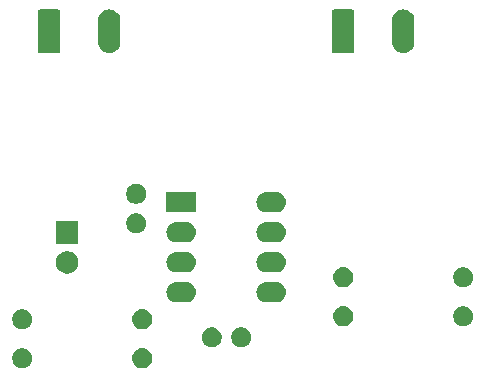
<source format=gts>
G04 #@! TF.GenerationSoftware,KiCad,Pcbnew,5.0.2-bee76a0~70~ubuntu18.04.1*
G04 #@! TF.CreationDate,2019-02-10T19:22:37-02:00*
G04 #@! TF.ProjectId,555-Oscilador-pisca-r01,3535352d-4f73-4636-996c-61646f722d70,rev?*
G04 #@! TF.SameCoordinates,Original*
G04 #@! TF.FileFunction,Soldermask,Top*
G04 #@! TF.FilePolarity,Negative*
%FSLAX46Y46*%
G04 Gerber Fmt 4.6, Leading zero omitted, Abs format (unit mm)*
G04 Created by KiCad (PCBNEW 5.0.2-bee76a0~70~ubuntu18.04.1) date dom 10 fev 2019 19:22:37 -02*
%MOMM*%
%LPD*%
G01*
G04 APERTURE LIST*
%ADD10C,0.100000*%
G04 APERTURE END LIST*
D10*
G36*
X134024821Y-117271313D02*
X134024824Y-117271314D01*
X134024825Y-117271314D01*
X134185239Y-117319975D01*
X134185241Y-117319976D01*
X134185244Y-117319977D01*
X134333078Y-117398995D01*
X134462659Y-117505341D01*
X134569005Y-117634922D01*
X134648023Y-117782756D01*
X134648024Y-117782759D01*
X134648025Y-117782761D01*
X134696686Y-117943175D01*
X134696687Y-117943179D01*
X134713117Y-118110000D01*
X134696687Y-118276821D01*
X134696686Y-118276824D01*
X134696686Y-118276825D01*
X134671993Y-118358228D01*
X134648023Y-118437244D01*
X134569005Y-118585078D01*
X134462659Y-118714659D01*
X134333078Y-118821005D01*
X134185244Y-118900023D01*
X134185241Y-118900024D01*
X134185239Y-118900025D01*
X134024825Y-118948686D01*
X134024824Y-118948686D01*
X134024821Y-118948687D01*
X133899804Y-118961000D01*
X133816196Y-118961000D01*
X133691179Y-118948687D01*
X133691176Y-118948686D01*
X133691175Y-118948686D01*
X133530761Y-118900025D01*
X133530759Y-118900024D01*
X133530756Y-118900023D01*
X133382922Y-118821005D01*
X133253341Y-118714659D01*
X133146995Y-118585078D01*
X133067977Y-118437244D01*
X133044008Y-118358228D01*
X133019314Y-118276825D01*
X133019314Y-118276824D01*
X133019313Y-118276821D01*
X133002883Y-118110000D01*
X133019313Y-117943179D01*
X133019314Y-117943175D01*
X133067975Y-117782761D01*
X133067976Y-117782759D01*
X133067977Y-117782756D01*
X133146995Y-117634922D01*
X133253341Y-117505341D01*
X133382922Y-117398995D01*
X133530756Y-117319977D01*
X133530759Y-117319976D01*
X133530761Y-117319975D01*
X133691175Y-117271314D01*
X133691176Y-117271314D01*
X133691179Y-117271313D01*
X133816196Y-117259000D01*
X133899804Y-117259000D01*
X134024821Y-117271313D01*
X134024821Y-117271313D01*
G37*
G36*
X123946228Y-117291703D02*
X124101100Y-117355853D01*
X124240481Y-117448985D01*
X124359015Y-117567519D01*
X124452147Y-117706900D01*
X124516297Y-117861772D01*
X124549000Y-118026184D01*
X124549000Y-118193816D01*
X124516297Y-118358228D01*
X124452147Y-118513100D01*
X124359015Y-118652481D01*
X124240481Y-118771015D01*
X124101100Y-118864147D01*
X123946228Y-118928297D01*
X123781816Y-118961000D01*
X123614184Y-118961000D01*
X123449772Y-118928297D01*
X123294900Y-118864147D01*
X123155519Y-118771015D01*
X123036985Y-118652481D01*
X122943853Y-118513100D01*
X122879703Y-118358228D01*
X122847000Y-118193816D01*
X122847000Y-118026184D01*
X122879703Y-117861772D01*
X122943853Y-117706900D01*
X123036985Y-117567519D01*
X123155519Y-117448985D01*
X123294900Y-117355853D01*
X123449772Y-117291703D01*
X123614184Y-117259000D01*
X123781816Y-117259000D01*
X123946228Y-117291703D01*
X123946228Y-117291703D01*
G37*
G36*
X142488228Y-115513703D02*
X142643100Y-115577853D01*
X142782481Y-115670985D01*
X142901015Y-115789519D01*
X142994147Y-115928900D01*
X143058297Y-116083772D01*
X143091000Y-116248184D01*
X143091000Y-116415816D01*
X143058297Y-116580228D01*
X142994147Y-116735100D01*
X142901015Y-116874481D01*
X142782481Y-116993015D01*
X142643100Y-117086147D01*
X142488228Y-117150297D01*
X142323816Y-117183000D01*
X142156184Y-117183000D01*
X141991772Y-117150297D01*
X141836900Y-117086147D01*
X141697519Y-116993015D01*
X141578985Y-116874481D01*
X141485853Y-116735100D01*
X141421703Y-116580228D01*
X141389000Y-116415816D01*
X141389000Y-116248184D01*
X141421703Y-116083772D01*
X141485853Y-115928900D01*
X141578985Y-115789519D01*
X141697519Y-115670985D01*
X141836900Y-115577853D01*
X141991772Y-115513703D01*
X142156184Y-115481000D01*
X142323816Y-115481000D01*
X142488228Y-115513703D01*
X142488228Y-115513703D01*
G37*
G36*
X139988228Y-115513703D02*
X140143100Y-115577853D01*
X140282481Y-115670985D01*
X140401015Y-115789519D01*
X140494147Y-115928900D01*
X140558297Y-116083772D01*
X140591000Y-116248184D01*
X140591000Y-116415816D01*
X140558297Y-116580228D01*
X140494147Y-116735100D01*
X140401015Y-116874481D01*
X140282481Y-116993015D01*
X140143100Y-117086147D01*
X139988228Y-117150297D01*
X139823816Y-117183000D01*
X139656184Y-117183000D01*
X139491772Y-117150297D01*
X139336900Y-117086147D01*
X139197519Y-116993015D01*
X139078985Y-116874481D01*
X138985853Y-116735100D01*
X138921703Y-116580228D01*
X138889000Y-116415816D01*
X138889000Y-116248184D01*
X138921703Y-116083772D01*
X138985853Y-115928900D01*
X139078985Y-115789519D01*
X139197519Y-115670985D01*
X139336900Y-115577853D01*
X139491772Y-115513703D01*
X139656184Y-115481000D01*
X139823816Y-115481000D01*
X139988228Y-115513703D01*
X139988228Y-115513703D01*
G37*
G36*
X134024821Y-113969313D02*
X134024824Y-113969314D01*
X134024825Y-113969314D01*
X134185239Y-114017975D01*
X134185241Y-114017976D01*
X134185244Y-114017977D01*
X134333078Y-114096995D01*
X134462659Y-114203341D01*
X134569005Y-114332922D01*
X134648023Y-114480756D01*
X134648024Y-114480759D01*
X134648025Y-114480761D01*
X134695667Y-114637816D01*
X134696687Y-114641179D01*
X134713117Y-114808000D01*
X134696687Y-114974821D01*
X134696686Y-114974824D01*
X134696686Y-114974825D01*
X134671993Y-115056228D01*
X134648023Y-115135244D01*
X134569005Y-115283078D01*
X134462659Y-115412659D01*
X134333078Y-115519005D01*
X134185244Y-115598023D01*
X134185241Y-115598024D01*
X134185239Y-115598025D01*
X134024825Y-115646686D01*
X134024824Y-115646686D01*
X134024821Y-115646687D01*
X133899804Y-115659000D01*
X133816196Y-115659000D01*
X133691179Y-115646687D01*
X133691176Y-115646686D01*
X133691175Y-115646686D01*
X133530761Y-115598025D01*
X133530759Y-115598024D01*
X133530756Y-115598023D01*
X133382922Y-115519005D01*
X133253341Y-115412659D01*
X133146995Y-115283078D01*
X133067977Y-115135244D01*
X133044008Y-115056228D01*
X133019314Y-114974825D01*
X133019314Y-114974824D01*
X133019313Y-114974821D01*
X133002883Y-114808000D01*
X133019313Y-114641179D01*
X133020333Y-114637816D01*
X133067975Y-114480761D01*
X133067976Y-114480759D01*
X133067977Y-114480756D01*
X133146995Y-114332922D01*
X133253341Y-114203341D01*
X133382922Y-114096995D01*
X133530756Y-114017977D01*
X133530759Y-114017976D01*
X133530761Y-114017975D01*
X133691175Y-113969314D01*
X133691176Y-113969314D01*
X133691179Y-113969313D01*
X133816196Y-113957000D01*
X133899804Y-113957000D01*
X134024821Y-113969313D01*
X134024821Y-113969313D01*
G37*
G36*
X123946228Y-113989703D02*
X124101100Y-114053853D01*
X124240481Y-114146985D01*
X124359015Y-114265519D01*
X124452147Y-114404900D01*
X124516297Y-114559772D01*
X124549000Y-114724184D01*
X124549000Y-114891816D01*
X124516297Y-115056228D01*
X124452147Y-115211100D01*
X124359015Y-115350481D01*
X124240481Y-115469015D01*
X124101100Y-115562147D01*
X123946228Y-115626297D01*
X123781816Y-115659000D01*
X123614184Y-115659000D01*
X123449772Y-115626297D01*
X123294900Y-115562147D01*
X123155519Y-115469015D01*
X123036985Y-115350481D01*
X122943853Y-115211100D01*
X122879703Y-115056228D01*
X122847000Y-114891816D01*
X122847000Y-114724184D01*
X122879703Y-114559772D01*
X122943853Y-114404900D01*
X123036985Y-114265519D01*
X123155519Y-114146985D01*
X123294900Y-114053853D01*
X123449772Y-113989703D01*
X123614184Y-113957000D01*
X123781816Y-113957000D01*
X123946228Y-113989703D01*
X123946228Y-113989703D01*
G37*
G36*
X151042821Y-113715313D02*
X151042824Y-113715314D01*
X151042825Y-113715314D01*
X151203239Y-113763975D01*
X151203241Y-113763976D01*
X151203244Y-113763977D01*
X151351078Y-113842995D01*
X151480659Y-113949341D01*
X151587005Y-114078922D01*
X151666023Y-114226756D01*
X151666024Y-114226759D01*
X151666025Y-114226761D01*
X151714686Y-114387175D01*
X151714687Y-114387179D01*
X151731117Y-114554000D01*
X151714687Y-114720821D01*
X151714686Y-114720824D01*
X151714686Y-114720825D01*
X151688242Y-114808000D01*
X151666023Y-114881244D01*
X151587005Y-115029078D01*
X151480659Y-115158659D01*
X151351078Y-115265005D01*
X151203244Y-115344023D01*
X151203241Y-115344024D01*
X151203239Y-115344025D01*
X151042825Y-115392686D01*
X151042824Y-115392686D01*
X151042821Y-115392687D01*
X150917804Y-115405000D01*
X150834196Y-115405000D01*
X150709179Y-115392687D01*
X150709176Y-115392686D01*
X150709175Y-115392686D01*
X150548761Y-115344025D01*
X150548759Y-115344024D01*
X150548756Y-115344023D01*
X150400922Y-115265005D01*
X150271341Y-115158659D01*
X150164995Y-115029078D01*
X150085977Y-114881244D01*
X150063759Y-114808000D01*
X150037314Y-114720825D01*
X150037314Y-114720824D01*
X150037313Y-114720821D01*
X150020883Y-114554000D01*
X150037313Y-114387179D01*
X150037314Y-114387175D01*
X150085975Y-114226761D01*
X150085976Y-114226759D01*
X150085977Y-114226756D01*
X150164995Y-114078922D01*
X150271341Y-113949341D01*
X150400922Y-113842995D01*
X150548756Y-113763977D01*
X150548759Y-113763976D01*
X150548761Y-113763975D01*
X150709175Y-113715314D01*
X150709176Y-113715314D01*
X150709179Y-113715313D01*
X150834196Y-113703000D01*
X150917804Y-113703000D01*
X151042821Y-113715313D01*
X151042821Y-113715313D01*
G37*
G36*
X161284228Y-113735703D02*
X161439100Y-113799853D01*
X161578481Y-113892985D01*
X161697015Y-114011519D01*
X161790147Y-114150900D01*
X161854297Y-114305772D01*
X161887000Y-114470184D01*
X161887000Y-114637816D01*
X161854297Y-114802228D01*
X161790147Y-114957100D01*
X161697015Y-115096481D01*
X161578481Y-115215015D01*
X161439100Y-115308147D01*
X161284228Y-115372297D01*
X161119816Y-115405000D01*
X160952184Y-115405000D01*
X160787772Y-115372297D01*
X160632900Y-115308147D01*
X160493519Y-115215015D01*
X160374985Y-115096481D01*
X160281853Y-114957100D01*
X160217703Y-114802228D01*
X160185000Y-114637816D01*
X160185000Y-114470184D01*
X160217703Y-114305772D01*
X160281853Y-114150900D01*
X160374985Y-114011519D01*
X160493519Y-113892985D01*
X160632900Y-113799853D01*
X160787772Y-113735703D01*
X160952184Y-113703000D01*
X161119816Y-113703000D01*
X161284228Y-113735703D01*
X161284228Y-113735703D01*
G37*
G36*
X145346821Y-111683313D02*
X145346824Y-111683314D01*
X145346825Y-111683314D01*
X145507239Y-111731975D01*
X145507241Y-111731976D01*
X145507244Y-111731977D01*
X145655078Y-111810995D01*
X145784659Y-111917341D01*
X145891005Y-112046922D01*
X145970023Y-112194756D01*
X146018687Y-112355179D01*
X146035117Y-112522000D01*
X146018687Y-112688821D01*
X145970023Y-112849244D01*
X145891005Y-112997078D01*
X145784659Y-113126659D01*
X145655078Y-113233005D01*
X145507244Y-113312023D01*
X145507241Y-113312024D01*
X145507239Y-113312025D01*
X145346825Y-113360686D01*
X145346824Y-113360686D01*
X145346821Y-113360687D01*
X145221804Y-113373000D01*
X144338196Y-113373000D01*
X144213179Y-113360687D01*
X144213176Y-113360686D01*
X144213175Y-113360686D01*
X144052761Y-113312025D01*
X144052759Y-113312024D01*
X144052756Y-113312023D01*
X143904922Y-113233005D01*
X143775341Y-113126659D01*
X143668995Y-112997078D01*
X143589977Y-112849244D01*
X143541313Y-112688821D01*
X143524883Y-112522000D01*
X143541313Y-112355179D01*
X143589977Y-112194756D01*
X143668995Y-112046922D01*
X143775341Y-111917341D01*
X143904922Y-111810995D01*
X144052756Y-111731977D01*
X144052759Y-111731976D01*
X144052761Y-111731975D01*
X144213175Y-111683314D01*
X144213176Y-111683314D01*
X144213179Y-111683313D01*
X144338196Y-111671000D01*
X145221804Y-111671000D01*
X145346821Y-111683313D01*
X145346821Y-111683313D01*
G37*
G36*
X137726821Y-111683313D02*
X137726824Y-111683314D01*
X137726825Y-111683314D01*
X137887239Y-111731975D01*
X137887241Y-111731976D01*
X137887244Y-111731977D01*
X138035078Y-111810995D01*
X138164659Y-111917341D01*
X138271005Y-112046922D01*
X138350023Y-112194756D01*
X138398687Y-112355179D01*
X138415117Y-112522000D01*
X138398687Y-112688821D01*
X138350023Y-112849244D01*
X138271005Y-112997078D01*
X138164659Y-113126659D01*
X138035078Y-113233005D01*
X137887244Y-113312023D01*
X137887241Y-113312024D01*
X137887239Y-113312025D01*
X137726825Y-113360686D01*
X137726824Y-113360686D01*
X137726821Y-113360687D01*
X137601804Y-113373000D01*
X136718196Y-113373000D01*
X136593179Y-113360687D01*
X136593176Y-113360686D01*
X136593175Y-113360686D01*
X136432761Y-113312025D01*
X136432759Y-113312024D01*
X136432756Y-113312023D01*
X136284922Y-113233005D01*
X136155341Y-113126659D01*
X136048995Y-112997078D01*
X135969977Y-112849244D01*
X135921313Y-112688821D01*
X135904883Y-112522000D01*
X135921313Y-112355179D01*
X135969977Y-112194756D01*
X136048995Y-112046922D01*
X136155341Y-111917341D01*
X136284922Y-111810995D01*
X136432756Y-111731977D01*
X136432759Y-111731976D01*
X136432761Y-111731975D01*
X136593175Y-111683314D01*
X136593176Y-111683314D01*
X136593179Y-111683313D01*
X136718196Y-111671000D01*
X137601804Y-111671000D01*
X137726821Y-111683313D01*
X137726821Y-111683313D01*
G37*
G36*
X161284228Y-110433703D02*
X161439100Y-110497853D01*
X161578481Y-110590985D01*
X161697015Y-110709519D01*
X161790147Y-110848900D01*
X161854297Y-111003772D01*
X161887000Y-111168184D01*
X161887000Y-111335816D01*
X161854297Y-111500228D01*
X161790147Y-111655100D01*
X161697015Y-111794481D01*
X161578481Y-111913015D01*
X161439100Y-112006147D01*
X161284228Y-112070297D01*
X161119816Y-112103000D01*
X160952184Y-112103000D01*
X160787772Y-112070297D01*
X160632900Y-112006147D01*
X160493519Y-111913015D01*
X160374985Y-111794481D01*
X160281853Y-111655100D01*
X160217703Y-111500228D01*
X160185000Y-111335816D01*
X160185000Y-111168184D01*
X160217703Y-111003772D01*
X160281853Y-110848900D01*
X160374985Y-110709519D01*
X160493519Y-110590985D01*
X160632900Y-110497853D01*
X160787772Y-110433703D01*
X160952184Y-110401000D01*
X161119816Y-110401000D01*
X161284228Y-110433703D01*
X161284228Y-110433703D01*
G37*
G36*
X151042821Y-110413313D02*
X151042824Y-110413314D01*
X151042825Y-110413314D01*
X151203239Y-110461975D01*
X151203241Y-110461976D01*
X151203244Y-110461977D01*
X151351078Y-110540995D01*
X151480659Y-110647341D01*
X151587005Y-110776922D01*
X151666023Y-110924756D01*
X151666024Y-110924759D01*
X151666025Y-110924761D01*
X151714686Y-111085175D01*
X151714687Y-111085179D01*
X151731117Y-111252000D01*
X151714687Y-111418821D01*
X151714686Y-111418824D01*
X151714686Y-111418825D01*
X151689993Y-111500228D01*
X151666023Y-111579244D01*
X151587005Y-111727078D01*
X151480659Y-111856659D01*
X151351078Y-111963005D01*
X151203244Y-112042023D01*
X151203241Y-112042024D01*
X151203239Y-112042025D01*
X151042825Y-112090686D01*
X151042824Y-112090686D01*
X151042821Y-112090687D01*
X150917804Y-112103000D01*
X150834196Y-112103000D01*
X150709179Y-112090687D01*
X150709176Y-112090686D01*
X150709175Y-112090686D01*
X150548761Y-112042025D01*
X150548759Y-112042024D01*
X150548756Y-112042023D01*
X150400922Y-111963005D01*
X150271341Y-111856659D01*
X150164995Y-111727078D01*
X150085977Y-111579244D01*
X150062008Y-111500228D01*
X150037314Y-111418825D01*
X150037314Y-111418824D01*
X150037313Y-111418821D01*
X150020883Y-111252000D01*
X150037313Y-111085179D01*
X150037314Y-111085175D01*
X150085975Y-110924761D01*
X150085976Y-110924759D01*
X150085977Y-110924756D01*
X150164995Y-110776922D01*
X150271341Y-110647341D01*
X150400922Y-110540995D01*
X150548756Y-110461977D01*
X150548759Y-110461976D01*
X150548761Y-110461975D01*
X150709175Y-110413314D01*
X150709176Y-110413314D01*
X150709179Y-110413313D01*
X150834196Y-110401000D01*
X150917804Y-110401000D01*
X151042821Y-110413313D01*
X151042821Y-110413313D01*
G37*
G36*
X127785396Y-109067546D02*
X127958466Y-109139234D01*
X128114230Y-109243312D01*
X128246688Y-109375770D01*
X128350766Y-109531534D01*
X128422454Y-109704604D01*
X128459000Y-109888333D01*
X128459000Y-110075667D01*
X128422454Y-110259396D01*
X128350766Y-110432466D01*
X128246688Y-110588230D01*
X128114230Y-110720688D01*
X127958466Y-110824766D01*
X127785396Y-110896454D01*
X127601667Y-110933000D01*
X127414333Y-110933000D01*
X127230604Y-110896454D01*
X127057534Y-110824766D01*
X126901770Y-110720688D01*
X126769312Y-110588230D01*
X126665234Y-110432466D01*
X126593546Y-110259396D01*
X126557000Y-110075667D01*
X126557000Y-109888333D01*
X126593546Y-109704604D01*
X126665234Y-109531534D01*
X126769312Y-109375770D01*
X126901770Y-109243312D01*
X127057534Y-109139234D01*
X127230604Y-109067546D01*
X127414333Y-109031000D01*
X127601667Y-109031000D01*
X127785396Y-109067546D01*
X127785396Y-109067546D01*
G37*
G36*
X137726821Y-109143313D02*
X137726824Y-109143314D01*
X137726825Y-109143314D01*
X137887239Y-109191975D01*
X137887241Y-109191976D01*
X137887244Y-109191977D01*
X138035078Y-109270995D01*
X138164659Y-109377341D01*
X138271005Y-109506922D01*
X138350023Y-109654756D01*
X138350024Y-109654759D01*
X138350025Y-109654761D01*
X138398686Y-109815175D01*
X138398687Y-109815179D01*
X138415117Y-109982000D01*
X138398687Y-110148821D01*
X138398686Y-110148824D01*
X138398686Y-110148825D01*
X138365145Y-110259396D01*
X138350023Y-110309244D01*
X138271005Y-110457078D01*
X138164659Y-110586659D01*
X138035078Y-110693005D01*
X137887244Y-110772023D01*
X137887241Y-110772024D01*
X137887239Y-110772025D01*
X137726825Y-110820686D01*
X137726824Y-110820686D01*
X137726821Y-110820687D01*
X137601804Y-110833000D01*
X136718196Y-110833000D01*
X136593179Y-110820687D01*
X136593176Y-110820686D01*
X136593175Y-110820686D01*
X136432761Y-110772025D01*
X136432759Y-110772024D01*
X136432756Y-110772023D01*
X136284922Y-110693005D01*
X136155341Y-110586659D01*
X136048995Y-110457078D01*
X135969977Y-110309244D01*
X135954856Y-110259396D01*
X135921314Y-110148825D01*
X135921314Y-110148824D01*
X135921313Y-110148821D01*
X135904883Y-109982000D01*
X135921313Y-109815179D01*
X135921314Y-109815175D01*
X135969975Y-109654761D01*
X135969976Y-109654759D01*
X135969977Y-109654756D01*
X136048995Y-109506922D01*
X136155341Y-109377341D01*
X136284922Y-109270995D01*
X136432756Y-109191977D01*
X136432759Y-109191976D01*
X136432761Y-109191975D01*
X136593175Y-109143314D01*
X136593176Y-109143314D01*
X136593179Y-109143313D01*
X136718196Y-109131000D01*
X137601804Y-109131000D01*
X137726821Y-109143313D01*
X137726821Y-109143313D01*
G37*
G36*
X145346821Y-109143313D02*
X145346824Y-109143314D01*
X145346825Y-109143314D01*
X145507239Y-109191975D01*
X145507241Y-109191976D01*
X145507244Y-109191977D01*
X145655078Y-109270995D01*
X145784659Y-109377341D01*
X145891005Y-109506922D01*
X145970023Y-109654756D01*
X145970024Y-109654759D01*
X145970025Y-109654761D01*
X146018686Y-109815175D01*
X146018687Y-109815179D01*
X146035117Y-109982000D01*
X146018687Y-110148821D01*
X146018686Y-110148824D01*
X146018686Y-110148825D01*
X145985145Y-110259396D01*
X145970023Y-110309244D01*
X145891005Y-110457078D01*
X145784659Y-110586659D01*
X145655078Y-110693005D01*
X145507244Y-110772023D01*
X145507241Y-110772024D01*
X145507239Y-110772025D01*
X145346825Y-110820686D01*
X145346824Y-110820686D01*
X145346821Y-110820687D01*
X145221804Y-110833000D01*
X144338196Y-110833000D01*
X144213179Y-110820687D01*
X144213176Y-110820686D01*
X144213175Y-110820686D01*
X144052761Y-110772025D01*
X144052759Y-110772024D01*
X144052756Y-110772023D01*
X143904922Y-110693005D01*
X143775341Y-110586659D01*
X143668995Y-110457078D01*
X143589977Y-110309244D01*
X143574856Y-110259396D01*
X143541314Y-110148825D01*
X143541314Y-110148824D01*
X143541313Y-110148821D01*
X143524883Y-109982000D01*
X143541313Y-109815179D01*
X143541314Y-109815175D01*
X143589975Y-109654761D01*
X143589976Y-109654759D01*
X143589977Y-109654756D01*
X143668995Y-109506922D01*
X143775341Y-109377341D01*
X143904922Y-109270995D01*
X144052756Y-109191977D01*
X144052759Y-109191976D01*
X144052761Y-109191975D01*
X144213175Y-109143314D01*
X144213176Y-109143314D01*
X144213179Y-109143313D01*
X144338196Y-109131000D01*
X145221804Y-109131000D01*
X145346821Y-109143313D01*
X145346821Y-109143313D01*
G37*
G36*
X128459000Y-108393000D02*
X126557000Y-108393000D01*
X126557000Y-106491000D01*
X128459000Y-106491000D01*
X128459000Y-108393000D01*
X128459000Y-108393000D01*
G37*
G36*
X145346821Y-106603313D02*
X145346824Y-106603314D01*
X145346825Y-106603314D01*
X145507239Y-106651975D01*
X145507241Y-106651976D01*
X145507244Y-106651977D01*
X145655078Y-106730995D01*
X145784659Y-106837341D01*
X145891005Y-106966922D01*
X145970023Y-107114756D01*
X146018687Y-107275179D01*
X146035117Y-107442000D01*
X146018687Y-107608821D01*
X145970023Y-107769244D01*
X145891005Y-107917078D01*
X145784659Y-108046659D01*
X145655078Y-108153005D01*
X145507244Y-108232023D01*
X145507241Y-108232024D01*
X145507239Y-108232025D01*
X145346825Y-108280686D01*
X145346824Y-108280686D01*
X145346821Y-108280687D01*
X145221804Y-108293000D01*
X144338196Y-108293000D01*
X144213179Y-108280687D01*
X144213176Y-108280686D01*
X144213175Y-108280686D01*
X144052761Y-108232025D01*
X144052759Y-108232024D01*
X144052756Y-108232023D01*
X143904922Y-108153005D01*
X143775341Y-108046659D01*
X143668995Y-107917078D01*
X143589977Y-107769244D01*
X143541313Y-107608821D01*
X143524883Y-107442000D01*
X143541313Y-107275179D01*
X143589977Y-107114756D01*
X143668995Y-106966922D01*
X143775341Y-106837341D01*
X143904922Y-106730995D01*
X144052756Y-106651977D01*
X144052759Y-106651976D01*
X144052761Y-106651975D01*
X144213175Y-106603314D01*
X144213176Y-106603314D01*
X144213179Y-106603313D01*
X144338196Y-106591000D01*
X145221804Y-106591000D01*
X145346821Y-106603313D01*
X145346821Y-106603313D01*
G37*
G36*
X137726821Y-106603313D02*
X137726824Y-106603314D01*
X137726825Y-106603314D01*
X137887239Y-106651975D01*
X137887241Y-106651976D01*
X137887244Y-106651977D01*
X138035078Y-106730995D01*
X138164659Y-106837341D01*
X138271005Y-106966922D01*
X138350023Y-107114756D01*
X138398687Y-107275179D01*
X138415117Y-107442000D01*
X138398687Y-107608821D01*
X138350023Y-107769244D01*
X138271005Y-107917078D01*
X138164659Y-108046659D01*
X138035078Y-108153005D01*
X137887244Y-108232023D01*
X137887241Y-108232024D01*
X137887239Y-108232025D01*
X137726825Y-108280686D01*
X137726824Y-108280686D01*
X137726821Y-108280687D01*
X137601804Y-108293000D01*
X136718196Y-108293000D01*
X136593179Y-108280687D01*
X136593176Y-108280686D01*
X136593175Y-108280686D01*
X136432761Y-108232025D01*
X136432759Y-108232024D01*
X136432756Y-108232023D01*
X136284922Y-108153005D01*
X136155341Y-108046659D01*
X136048995Y-107917078D01*
X135969977Y-107769244D01*
X135921313Y-107608821D01*
X135904883Y-107442000D01*
X135921313Y-107275179D01*
X135969977Y-107114756D01*
X136048995Y-106966922D01*
X136155341Y-106837341D01*
X136284922Y-106730995D01*
X136432756Y-106651977D01*
X136432759Y-106651976D01*
X136432761Y-106651975D01*
X136593175Y-106603314D01*
X136593176Y-106603314D01*
X136593179Y-106603313D01*
X136718196Y-106591000D01*
X137601804Y-106591000D01*
X137726821Y-106603313D01*
X137726821Y-106603313D01*
G37*
G36*
X133598228Y-105861703D02*
X133753100Y-105925853D01*
X133892481Y-106018985D01*
X134011015Y-106137519D01*
X134104147Y-106276900D01*
X134168297Y-106431772D01*
X134201000Y-106596184D01*
X134201000Y-106763816D01*
X134168297Y-106928228D01*
X134104147Y-107083100D01*
X134011015Y-107222481D01*
X133892481Y-107341015D01*
X133753100Y-107434147D01*
X133598228Y-107498297D01*
X133433816Y-107531000D01*
X133266184Y-107531000D01*
X133101772Y-107498297D01*
X132946900Y-107434147D01*
X132807519Y-107341015D01*
X132688985Y-107222481D01*
X132595853Y-107083100D01*
X132531703Y-106928228D01*
X132499000Y-106763816D01*
X132499000Y-106596184D01*
X132531703Y-106431772D01*
X132595853Y-106276900D01*
X132688985Y-106137519D01*
X132807519Y-106018985D01*
X132946900Y-105925853D01*
X133101772Y-105861703D01*
X133266184Y-105829000D01*
X133433816Y-105829000D01*
X133598228Y-105861703D01*
X133598228Y-105861703D01*
G37*
G36*
X145346821Y-104063313D02*
X145346824Y-104063314D01*
X145346825Y-104063314D01*
X145507239Y-104111975D01*
X145507241Y-104111976D01*
X145507244Y-104111977D01*
X145655078Y-104190995D01*
X145784659Y-104297341D01*
X145891005Y-104426922D01*
X145970023Y-104574756D01*
X145970024Y-104574759D01*
X145970025Y-104574761D01*
X146014835Y-104722481D01*
X146018687Y-104735179D01*
X146035117Y-104902000D01*
X146018687Y-105068821D01*
X145970023Y-105229244D01*
X145891005Y-105377078D01*
X145784659Y-105506659D01*
X145655078Y-105613005D01*
X145507244Y-105692023D01*
X145507241Y-105692024D01*
X145507239Y-105692025D01*
X145346825Y-105740686D01*
X145346824Y-105740686D01*
X145346821Y-105740687D01*
X145221804Y-105753000D01*
X144338196Y-105753000D01*
X144213179Y-105740687D01*
X144213176Y-105740686D01*
X144213175Y-105740686D01*
X144052761Y-105692025D01*
X144052759Y-105692024D01*
X144052756Y-105692023D01*
X143904922Y-105613005D01*
X143775341Y-105506659D01*
X143668995Y-105377078D01*
X143589977Y-105229244D01*
X143541313Y-105068821D01*
X143524883Y-104902000D01*
X143541313Y-104735179D01*
X143545165Y-104722481D01*
X143589975Y-104574761D01*
X143589976Y-104574759D01*
X143589977Y-104574756D01*
X143668995Y-104426922D01*
X143775341Y-104297341D01*
X143904922Y-104190995D01*
X144052756Y-104111977D01*
X144052759Y-104111976D01*
X144052761Y-104111975D01*
X144213175Y-104063314D01*
X144213176Y-104063314D01*
X144213179Y-104063313D01*
X144338196Y-104051000D01*
X145221804Y-104051000D01*
X145346821Y-104063313D01*
X145346821Y-104063313D01*
G37*
G36*
X138411000Y-105753000D02*
X135909000Y-105753000D01*
X135909000Y-104051000D01*
X138411000Y-104051000D01*
X138411000Y-105753000D01*
X138411000Y-105753000D01*
G37*
G36*
X133598228Y-103361703D02*
X133753100Y-103425853D01*
X133892481Y-103518985D01*
X134011015Y-103637519D01*
X134104147Y-103776900D01*
X134168297Y-103931772D01*
X134201000Y-104096184D01*
X134201000Y-104263816D01*
X134168297Y-104428228D01*
X134104147Y-104583100D01*
X134011015Y-104722481D01*
X133892481Y-104841015D01*
X133753100Y-104934147D01*
X133598228Y-104998297D01*
X133433816Y-105031000D01*
X133266184Y-105031000D01*
X133101772Y-104998297D01*
X132946900Y-104934147D01*
X132807519Y-104841015D01*
X132688985Y-104722481D01*
X132595853Y-104583100D01*
X132531703Y-104428228D01*
X132499000Y-104263816D01*
X132499000Y-104096184D01*
X132531703Y-103931772D01*
X132595853Y-103776900D01*
X132688985Y-103637519D01*
X132807519Y-103518985D01*
X132946900Y-103425853D01*
X133101772Y-103361703D01*
X133266184Y-103329000D01*
X133433816Y-103329000D01*
X133598228Y-103361703D01*
X133598228Y-103361703D01*
G37*
G36*
X131250424Y-88586760D02*
X131250427Y-88586761D01*
X131250428Y-88586761D01*
X131429692Y-88641140D01*
X131429694Y-88641141D01*
X131429697Y-88641142D01*
X131594904Y-88729446D01*
X131739712Y-88848288D01*
X131858552Y-88993095D01*
X131946859Y-89158305D01*
X132001240Y-89337575D01*
X132015000Y-89477282D01*
X132015000Y-91370718D01*
X132001240Y-91510425D01*
X131946859Y-91689695D01*
X131858552Y-91854905D01*
X131739712Y-91999712D01*
X131594905Y-92118552D01*
X131521857Y-92157597D01*
X131429693Y-92206860D01*
X131250429Y-92261239D01*
X131250428Y-92261239D01*
X131250425Y-92261240D01*
X131064000Y-92279601D01*
X130877576Y-92261240D01*
X130877573Y-92261239D01*
X130877572Y-92261239D01*
X130698308Y-92206860D01*
X130606144Y-92157597D01*
X130533096Y-92118552D01*
X130388289Y-91999712D01*
X130269449Y-91854905D01*
X130181142Y-91689695D01*
X130126761Y-91510425D01*
X130113000Y-91370717D01*
X130113000Y-89477283D01*
X130126760Y-89337576D01*
X130126761Y-89337572D01*
X130181140Y-89158308D01*
X130181141Y-89158306D01*
X130181142Y-89158303D01*
X130269446Y-88993096D01*
X130388288Y-88848288D01*
X130533095Y-88729448D01*
X130698305Y-88641141D01*
X130698307Y-88641140D01*
X130877571Y-88586761D01*
X130877572Y-88586761D01*
X130877575Y-88586760D01*
X131064000Y-88568399D01*
X131250424Y-88586760D01*
X131250424Y-88586760D01*
G37*
G36*
X156142424Y-88586760D02*
X156142427Y-88586761D01*
X156142428Y-88586761D01*
X156321692Y-88641140D01*
X156321694Y-88641141D01*
X156321697Y-88641142D01*
X156486904Y-88729446D01*
X156631712Y-88848288D01*
X156750552Y-88993095D01*
X156838859Y-89158305D01*
X156893240Y-89337575D01*
X156907000Y-89477282D01*
X156907000Y-91370718D01*
X156893240Y-91510425D01*
X156838859Y-91689695D01*
X156750552Y-91854905D01*
X156631712Y-91999712D01*
X156486905Y-92118552D01*
X156413857Y-92157597D01*
X156321693Y-92206860D01*
X156142429Y-92261239D01*
X156142428Y-92261239D01*
X156142425Y-92261240D01*
X155956000Y-92279601D01*
X155769576Y-92261240D01*
X155769573Y-92261239D01*
X155769572Y-92261239D01*
X155590308Y-92206860D01*
X155498144Y-92157597D01*
X155425096Y-92118552D01*
X155280289Y-91999712D01*
X155161449Y-91854905D01*
X155073142Y-91689695D01*
X155018761Y-91510425D01*
X155005000Y-91370717D01*
X155005000Y-89477283D01*
X155018760Y-89337576D01*
X155018761Y-89337572D01*
X155073140Y-89158308D01*
X155073141Y-89158306D01*
X155073142Y-89158303D01*
X155161446Y-88993096D01*
X155280288Y-88848288D01*
X155425095Y-88729448D01*
X155590305Y-88641141D01*
X155590307Y-88641140D01*
X155769571Y-88586761D01*
X155769572Y-88586761D01*
X155769575Y-88586760D01*
X155956000Y-88568399D01*
X156142424Y-88586760D01*
X156142424Y-88586760D01*
G37*
G36*
X126794918Y-88576934D02*
X126827424Y-88586795D01*
X126857383Y-88602808D01*
X126883641Y-88624359D01*
X126905192Y-88650617D01*
X126921205Y-88680576D01*
X126931066Y-88713082D01*
X126935000Y-88753029D01*
X126935000Y-92094971D01*
X126931066Y-92134918D01*
X126921205Y-92167424D01*
X126905192Y-92197383D01*
X126883641Y-92223641D01*
X126857383Y-92245192D01*
X126827424Y-92261205D01*
X126794918Y-92271066D01*
X126754971Y-92275000D01*
X125213029Y-92275000D01*
X125173082Y-92271066D01*
X125140576Y-92261205D01*
X125110617Y-92245192D01*
X125084359Y-92223641D01*
X125062808Y-92197383D01*
X125046795Y-92167424D01*
X125036934Y-92134918D01*
X125033000Y-92094971D01*
X125033000Y-88753029D01*
X125036934Y-88713082D01*
X125046795Y-88680576D01*
X125062808Y-88650617D01*
X125084359Y-88624359D01*
X125110617Y-88602808D01*
X125140576Y-88586795D01*
X125173082Y-88576934D01*
X125213029Y-88573000D01*
X126754971Y-88573000D01*
X126794918Y-88576934D01*
X126794918Y-88576934D01*
G37*
G36*
X151686918Y-88576934D02*
X151719424Y-88586795D01*
X151749383Y-88602808D01*
X151775641Y-88624359D01*
X151797192Y-88650617D01*
X151813205Y-88680576D01*
X151823066Y-88713082D01*
X151827000Y-88753029D01*
X151827000Y-92094971D01*
X151823066Y-92134918D01*
X151813205Y-92167424D01*
X151797192Y-92197383D01*
X151775641Y-92223641D01*
X151749383Y-92245192D01*
X151719424Y-92261205D01*
X151686918Y-92271066D01*
X151646971Y-92275000D01*
X150105029Y-92275000D01*
X150065082Y-92271066D01*
X150032576Y-92261205D01*
X150002617Y-92245192D01*
X149976359Y-92223641D01*
X149954808Y-92197383D01*
X149938795Y-92167424D01*
X149928934Y-92134918D01*
X149925000Y-92094971D01*
X149925000Y-88753029D01*
X149928934Y-88713082D01*
X149938795Y-88680576D01*
X149954808Y-88650617D01*
X149976359Y-88624359D01*
X150002617Y-88602808D01*
X150032576Y-88586795D01*
X150065082Y-88576934D01*
X150105029Y-88573000D01*
X151646971Y-88573000D01*
X151686918Y-88576934D01*
X151686918Y-88576934D01*
G37*
M02*

</source>
